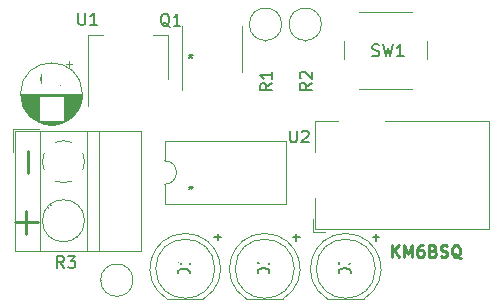
<source format=gbr>
G04 #@! TF.GenerationSoftware,KiCad,Pcbnew,(5.1.12-1-10_14)*
G04 #@! TF.CreationDate,2021-11-28T01:21:46-08:00*
G04 #@! TF.ProjectId,24h-timer-switch,3234682d-7469-46d6-9572-2d7377697463,1*
G04 #@! TF.SameCoordinates,Original*
G04 #@! TF.FileFunction,Legend,Top*
G04 #@! TF.FilePolarity,Positive*
%FSLAX46Y46*%
G04 Gerber Fmt 4.6, Leading zero omitted, Abs format (unit mm)*
G04 Created by KiCad (PCBNEW (5.1.12-1-10_14)) date 2021-11-28 01:21:46*
%MOMM*%
%LPD*%
G01*
G04 APERTURE LIST*
%ADD10C,0.254000*%
%ADD11C,0.127000*%
%ADD12C,0.120000*%
%ADD13C,0.150000*%
%ADD14R,1.500000X2.000000*%
%ADD15R,3.800000X2.000000*%
%ADD16C,1.800000*%
%ADD17R,1.800000X1.800000*%
%ADD18C,2.800000*%
%ADD19R,2.800000X2.800000*%
%ADD20C,2.200000*%
%ADD21O,1.600000X1.600000*%
%ADD22C,1.600000*%
%ADD23R,1.600000X1.600000*%
%ADD24C,2.000000*%
%ADD25R,3.500000X3.500000*%
G04 APERTURE END LIST*
D10*
X148107883Y-90850599D02*
X148107883Y-89834599D01*
X148688455Y-90850599D02*
X148253026Y-90270027D01*
X148688455Y-89834599D02*
X148107883Y-90415170D01*
X149123883Y-90850599D02*
X149123883Y-89834599D01*
X149462550Y-90560313D01*
X149801217Y-89834599D01*
X149801217Y-90850599D01*
X150720455Y-89834599D02*
X150526931Y-89834599D01*
X150430169Y-89882980D01*
X150381788Y-89931360D01*
X150285026Y-90076503D01*
X150236645Y-90270027D01*
X150236645Y-90657075D01*
X150285026Y-90753837D01*
X150333407Y-90802218D01*
X150430169Y-90850599D01*
X150623693Y-90850599D01*
X150720455Y-90802218D01*
X150768836Y-90753837D01*
X150817217Y-90657075D01*
X150817217Y-90415170D01*
X150768836Y-90318408D01*
X150720455Y-90270027D01*
X150623693Y-90221646D01*
X150430169Y-90221646D01*
X150333407Y-90270027D01*
X150285026Y-90318408D01*
X150236645Y-90415170D01*
X151591312Y-90318408D02*
X151736455Y-90366789D01*
X151784836Y-90415170D01*
X151833217Y-90511932D01*
X151833217Y-90657075D01*
X151784836Y-90753837D01*
X151736455Y-90802218D01*
X151639693Y-90850599D01*
X151252645Y-90850599D01*
X151252645Y-89834599D01*
X151591312Y-89834599D01*
X151688074Y-89882980D01*
X151736455Y-89931360D01*
X151784836Y-90028122D01*
X151784836Y-90124884D01*
X151736455Y-90221646D01*
X151688074Y-90270027D01*
X151591312Y-90318408D01*
X151252645Y-90318408D01*
X152220264Y-90802218D02*
X152365407Y-90850599D01*
X152607312Y-90850599D01*
X152704074Y-90802218D01*
X152752455Y-90753837D01*
X152800836Y-90657075D01*
X152800836Y-90560313D01*
X152752455Y-90463551D01*
X152704074Y-90415170D01*
X152607312Y-90366789D01*
X152413788Y-90318408D01*
X152317026Y-90270027D01*
X152268645Y-90221646D01*
X152220264Y-90124884D01*
X152220264Y-90028122D01*
X152268645Y-89931360D01*
X152317026Y-89882980D01*
X152413788Y-89834599D01*
X152655693Y-89834599D01*
X152800836Y-89882980D01*
X153913598Y-90947360D02*
X153816836Y-90898980D01*
X153720074Y-90802218D01*
X153574931Y-90657075D01*
X153478169Y-90608694D01*
X153381407Y-90608694D01*
X153429788Y-90850599D02*
X153333026Y-90802218D01*
X153236264Y-90705456D01*
X153187883Y-90511932D01*
X153187883Y-90173265D01*
X153236264Y-89979741D01*
X153333026Y-89882980D01*
X153429788Y-89834599D01*
X153623312Y-89834599D01*
X153720074Y-89882980D01*
X153816836Y-89979741D01*
X153865217Y-90173265D01*
X153865217Y-90511932D01*
X153816836Y-90705456D01*
X153720074Y-90802218D01*
X153623312Y-90850599D01*
X153429788Y-90850599D01*
D11*
X131064000Y-73649114D02*
X131064000Y-73830542D01*
X130882571Y-73757971D02*
X131064000Y-73830542D01*
X131245428Y-73757971D01*
X130955142Y-73975685D02*
X131064000Y-73830542D01*
X131172857Y-73975685D01*
D10*
X117275428Y-83776699D02*
X117275428Y-81841460D01*
X116172100Y-87913028D02*
X118107339Y-87913028D01*
X117139720Y-88880647D02*
X117139720Y-86945409D01*
D11*
X131064000Y-84799714D02*
X131064000Y-84981142D01*
X130882571Y-84908571D02*
X131064000Y-84981142D01*
X131245428Y-84908571D01*
X130955142Y-85126285D02*
X131064000Y-84981142D01*
X131172857Y-85126285D01*
X133072414Y-89157628D02*
X133652985Y-89157628D01*
X133362700Y-89447914D02*
X133362700Y-88867342D01*
X139714514Y-89183028D02*
X140295085Y-89183028D01*
X140004800Y-89473314D02*
X140004800Y-88892742D01*
X146470914Y-89195728D02*
X147051485Y-89195728D01*
X146761200Y-89486014D02*
X146761200Y-88905442D01*
D12*
X122345400Y-78064800D02*
X122345400Y-72054800D01*
X129165400Y-75814800D02*
X129165400Y-72054800D01*
X122345400Y-72054800D02*
X123605400Y-72054800D01*
X129165400Y-72054800D02*
X127905400Y-72054800D01*
X142650800Y-94406400D02*
X145740800Y-94406400D01*
X146695800Y-91846400D02*
G75*
G03*
X146695800Y-91846400I-2500000J0D01*
G01*
X144195338Y-88856400D02*
G75*
G02*
X145740630Y-94406400I462J-2990000D01*
G01*
X144196262Y-88856400D02*
G75*
G03*
X142650970Y-94406400I-462J-2990000D01*
G01*
X135792800Y-94406400D02*
X138882800Y-94406400D01*
X139837800Y-91846400D02*
G75*
G03*
X139837800Y-91846400I-2500000J0D01*
G01*
X137337338Y-88856400D02*
G75*
G02*
X138882630Y-94406400I462J-2990000D01*
G01*
X137338262Y-88856400D02*
G75*
G03*
X135792970Y-94406400I-462J-2990000D01*
G01*
X129061800Y-94406400D02*
X132151800Y-94406400D01*
X133106800Y-91846400D02*
G75*
G03*
X133106800Y-91846400I-2500000J0D01*
G01*
X130606338Y-88856400D02*
G75*
G02*
X132151630Y-94406400I462J-2990000D01*
G01*
X130607262Y-88856400D02*
G75*
G03*
X129061970Y-94406400I-462J-2990000D01*
G01*
X115994400Y-79978600D02*
X115994400Y-81978600D01*
X118234400Y-79978600D02*
X115994400Y-79978600D01*
X119211400Y-86478600D02*
X119161400Y-86428600D01*
X121644400Y-88911600D02*
X121620400Y-88886600D01*
X118969400Y-86670600D02*
X118944400Y-86646600D01*
X121427400Y-89128600D02*
X121377400Y-89079600D01*
X126854400Y-90338600D02*
X116234400Y-90338600D01*
X126854400Y-80218600D02*
X116234400Y-80218600D01*
X116234400Y-80218600D02*
X116234400Y-90338600D01*
X126854400Y-80218600D02*
X126854400Y-90338600D01*
X123294400Y-80218600D02*
X123294400Y-90338600D01*
X122294400Y-80218600D02*
X122294400Y-90338600D01*
X118294400Y-80218600D02*
X118294400Y-90338600D01*
X122074400Y-87778600D02*
G75*
G03*
X122074400Y-87778600I-1780000J0D01*
G01*
X118514011Y-82809414D02*
G75*
G02*
X118655400Y-82082600I1780389J30814D01*
G01*
X119598884Y-81139395D02*
G75*
G02*
X120990400Y-81139600I695516J-1639205D01*
G01*
X121933605Y-82083084D02*
G75*
G02*
X121933400Y-83474600I-1639205J-695516D01*
G01*
X120989916Y-84417805D02*
G75*
G02*
X119598400Y-84417600I-695516J1639205D01*
G01*
X118655901Y-83474101D02*
G75*
G02*
X118514400Y-82778600I1638499J695501D01*
G01*
X137401300Y-72515400D02*
X137401300Y-72585400D01*
X138771300Y-71145400D02*
G75*
G03*
X138771300Y-71145400I-1370000J0D01*
G01*
X121003400Y-74488825D02*
X120503400Y-74488825D01*
X120753400Y-74238825D02*
X120753400Y-74738825D01*
X119562400Y-79644600D02*
X118994400Y-79644600D01*
X119796400Y-79604600D02*
X118760400Y-79604600D01*
X119955400Y-79564600D02*
X118601400Y-79564600D01*
X120083400Y-79524600D02*
X118473400Y-79524600D01*
X120193400Y-79484600D02*
X118363400Y-79484600D01*
X120289400Y-79444600D02*
X118267400Y-79444600D01*
X120376400Y-79404600D02*
X118180400Y-79404600D01*
X120456400Y-79364600D02*
X118100400Y-79364600D01*
X118238400Y-79324600D02*
X118027400Y-79324600D01*
X120529400Y-79324600D02*
X120318400Y-79324600D01*
X118238400Y-79284600D02*
X117959400Y-79284600D01*
X120597400Y-79284600D02*
X120318400Y-79284600D01*
X118238400Y-79244600D02*
X117895400Y-79244600D01*
X120661400Y-79244600D02*
X120318400Y-79244600D01*
X118238400Y-79204600D02*
X117835400Y-79204600D01*
X120721400Y-79204600D02*
X120318400Y-79204600D01*
X118238400Y-79164600D02*
X117778400Y-79164600D01*
X120778400Y-79164600D02*
X120318400Y-79164600D01*
X118238400Y-79124600D02*
X117724400Y-79124600D01*
X120832400Y-79124600D02*
X120318400Y-79124600D01*
X118238400Y-79084600D02*
X117673400Y-79084600D01*
X120883400Y-79084600D02*
X120318400Y-79084600D01*
X118238400Y-79044600D02*
X117625400Y-79044600D01*
X120931400Y-79044600D02*
X120318400Y-79044600D01*
X118238400Y-79004600D02*
X117579400Y-79004600D01*
X120977400Y-79004600D02*
X120318400Y-79004600D01*
X118238400Y-78964600D02*
X117535400Y-78964600D01*
X121021400Y-78964600D02*
X120318400Y-78964600D01*
X118238400Y-78924600D02*
X117493400Y-78924600D01*
X121063400Y-78924600D02*
X120318400Y-78924600D01*
X118238400Y-78884600D02*
X117452400Y-78884600D01*
X121104400Y-78884600D02*
X120318400Y-78884600D01*
X118238400Y-78844600D02*
X117414400Y-78844600D01*
X121142400Y-78844600D02*
X120318400Y-78844600D01*
X118238400Y-78804600D02*
X117377400Y-78804600D01*
X121179400Y-78804600D02*
X120318400Y-78804600D01*
X118238400Y-78764600D02*
X117341400Y-78764600D01*
X121215400Y-78764600D02*
X120318400Y-78764600D01*
X118238400Y-78724600D02*
X117307400Y-78724600D01*
X121249400Y-78724600D02*
X120318400Y-78724600D01*
X118238400Y-78684600D02*
X117274400Y-78684600D01*
X121282400Y-78684600D02*
X120318400Y-78684600D01*
X118238400Y-78644600D02*
X117243400Y-78644600D01*
X121313400Y-78644600D02*
X120318400Y-78644600D01*
X118238400Y-78604600D02*
X117213400Y-78604600D01*
X121343400Y-78604600D02*
X120318400Y-78604600D01*
X118238400Y-78564600D02*
X117183400Y-78564600D01*
X121373400Y-78564600D02*
X120318400Y-78564600D01*
X118238400Y-78524600D02*
X117156400Y-78524600D01*
X121400400Y-78524600D02*
X120318400Y-78524600D01*
X118238400Y-78484600D02*
X117129400Y-78484600D01*
X121427400Y-78484600D02*
X120318400Y-78484600D01*
X118238400Y-78444600D02*
X117103400Y-78444600D01*
X121453400Y-78444600D02*
X120318400Y-78444600D01*
X118238400Y-78404600D02*
X117078400Y-78404600D01*
X121478400Y-78404600D02*
X120318400Y-78404600D01*
X118238400Y-78364600D02*
X117054400Y-78364600D01*
X121502400Y-78364600D02*
X120318400Y-78364600D01*
X118238400Y-78324600D02*
X117031400Y-78324600D01*
X121525400Y-78324600D02*
X120318400Y-78324600D01*
X118238400Y-78284600D02*
X117010400Y-78284600D01*
X121546400Y-78284600D02*
X120318400Y-78284600D01*
X118238400Y-78244600D02*
X116988400Y-78244600D01*
X121568400Y-78244600D02*
X120318400Y-78244600D01*
X118238400Y-78204600D02*
X116968400Y-78204600D01*
X121588400Y-78204600D02*
X120318400Y-78204600D01*
X118238400Y-78164600D02*
X116949400Y-78164600D01*
X121607400Y-78164600D02*
X120318400Y-78164600D01*
X118238400Y-78124600D02*
X116930400Y-78124600D01*
X121626400Y-78124600D02*
X120318400Y-78124600D01*
X118238400Y-78084600D02*
X116913400Y-78084600D01*
X121643400Y-78084600D02*
X120318400Y-78084600D01*
X118238400Y-78044600D02*
X116896400Y-78044600D01*
X121660400Y-78044600D02*
X120318400Y-78044600D01*
X118238400Y-78004600D02*
X116880400Y-78004600D01*
X121676400Y-78004600D02*
X120318400Y-78004600D01*
X118238400Y-77964600D02*
X116864400Y-77964600D01*
X121692400Y-77964600D02*
X120318400Y-77964600D01*
X118238400Y-77924600D02*
X116850400Y-77924600D01*
X121706400Y-77924600D02*
X120318400Y-77924600D01*
X118238400Y-77884600D02*
X116836400Y-77884600D01*
X121720400Y-77884600D02*
X120318400Y-77884600D01*
X118238400Y-77844600D02*
X116823400Y-77844600D01*
X121733400Y-77844600D02*
X120318400Y-77844600D01*
X118238400Y-77804600D02*
X116810400Y-77804600D01*
X121746400Y-77804600D02*
X120318400Y-77804600D01*
X118238400Y-77764600D02*
X116798400Y-77764600D01*
X121758400Y-77764600D02*
X120318400Y-77764600D01*
X118238400Y-77723600D02*
X116787400Y-77723600D01*
X121769400Y-77723600D02*
X120318400Y-77723600D01*
X118238400Y-77683600D02*
X116777400Y-77683600D01*
X121779400Y-77683600D02*
X120318400Y-77683600D01*
X118238400Y-77643600D02*
X116767400Y-77643600D01*
X121789400Y-77643600D02*
X120318400Y-77643600D01*
X118238400Y-77603600D02*
X116758400Y-77603600D01*
X121798400Y-77603600D02*
X120318400Y-77603600D01*
X118238400Y-77563600D02*
X116750400Y-77563600D01*
X121806400Y-77563600D02*
X120318400Y-77563600D01*
X118238400Y-77523600D02*
X116742400Y-77523600D01*
X121814400Y-77523600D02*
X120318400Y-77523600D01*
X118238400Y-77483600D02*
X116735400Y-77483600D01*
X121821400Y-77483600D02*
X120318400Y-77483600D01*
X118238400Y-77443600D02*
X116728400Y-77443600D01*
X121828400Y-77443600D02*
X120318400Y-77443600D01*
X118238400Y-77403600D02*
X116722400Y-77403600D01*
X121834400Y-77403600D02*
X120318400Y-77403600D01*
X118238400Y-77363600D02*
X116717400Y-77363600D01*
X121839400Y-77363600D02*
X120318400Y-77363600D01*
X118238400Y-77323600D02*
X116713400Y-77323600D01*
X121843400Y-77323600D02*
X120318400Y-77323600D01*
X118238400Y-77283600D02*
X116709400Y-77283600D01*
X121847400Y-77283600D02*
X120318400Y-77283600D01*
X121851400Y-77243600D02*
X116705400Y-77243600D01*
X121854400Y-77203600D02*
X116702400Y-77203600D01*
X121856400Y-77163600D02*
X116700400Y-77163600D01*
X121857400Y-77123600D02*
X116699400Y-77123600D01*
X121858400Y-77083600D02*
X116698400Y-77083600D01*
X121858400Y-77043600D02*
X116698400Y-77043600D01*
X121898400Y-77043600D02*
G75*
G03*
X121898400Y-77043600I-2620000J0D01*
G01*
X128857700Y-81043000D02*
X128857700Y-82693000D01*
X139137700Y-81043000D02*
X128857700Y-81043000D01*
X139137700Y-86343000D02*
X139137700Y-81043000D01*
X128857700Y-86343000D02*
X139137700Y-86343000D01*
X128857700Y-84693000D02*
X128857700Y-86343000D01*
X128857700Y-82693000D02*
G75*
G02*
X128857700Y-84693000I0J-1000000D01*
G01*
X151034700Y-74094600D02*
X151034700Y-72594600D01*
X149784700Y-70094600D02*
X145284700Y-70094600D01*
X144034700Y-72594600D02*
X144034700Y-74094600D01*
X145284700Y-76594600D02*
X149784700Y-76594600D01*
X123445600Y-92811600D02*
X123375600Y-92811600D01*
X126185600Y-92811600D02*
G75*
G03*
X126185600Y-92811600I-1370000J0D01*
G01*
X140766800Y-72515400D02*
X140766800Y-72585400D01*
X142136800Y-71145400D02*
G75*
G03*
X142136800Y-71145400I-1370000J0D01*
G01*
X130320100Y-73279000D02*
X130320100Y-76729000D01*
X130320100Y-73279000D02*
X130320100Y-71329000D01*
X135440100Y-73279000D02*
X135440100Y-75229000D01*
X135440100Y-73279000D02*
X135440100Y-71329000D01*
X141619400Y-88496200D02*
X141619400Y-85896200D01*
X156319400Y-88496200D02*
X141619400Y-88496200D01*
X141619400Y-79296200D02*
X143519400Y-79296200D01*
X141619400Y-81996200D02*
X141619400Y-79296200D01*
X156319400Y-79296200D02*
X156319400Y-88496200D01*
X147519400Y-79296200D02*
X156319400Y-79296200D01*
X142469400Y-88696200D02*
X141419400Y-88696200D01*
X141419400Y-87646200D02*
X141419400Y-88696200D01*
D13*
X121554335Y-70196460D02*
X121554335Y-71005984D01*
X121601954Y-71101222D01*
X121649573Y-71148841D01*
X121744811Y-71196460D01*
X121935287Y-71196460D01*
X122030525Y-71148841D01*
X122078144Y-71101222D01*
X122125763Y-71005984D01*
X122125763Y-70196460D01*
X123125763Y-71196460D02*
X122554335Y-71196460D01*
X122840049Y-71196460D02*
X122840049Y-70196460D01*
X122744811Y-70339318D01*
X122649573Y-70434556D01*
X122554335Y-70482175D01*
X144602460Y-92350815D02*
X143602460Y-92350815D01*
X143602460Y-92112720D01*
X143650080Y-91969862D01*
X143745318Y-91874624D01*
X143840556Y-91827005D01*
X144031032Y-91779386D01*
X144173889Y-91779386D01*
X144364365Y-91827005D01*
X144459603Y-91874624D01*
X144554841Y-91969862D01*
X144602460Y-92112720D01*
X144602460Y-92350815D01*
X143602460Y-91446053D02*
X143602460Y-90827005D01*
X143983413Y-91160339D01*
X143983413Y-91017481D01*
X144031032Y-90922243D01*
X144078651Y-90874624D01*
X144173889Y-90827005D01*
X144411984Y-90827005D01*
X144507222Y-90874624D01*
X144554841Y-90922243D01*
X144602460Y-91017481D01*
X144602460Y-91303196D01*
X144554841Y-91398434D01*
X144507222Y-91446053D01*
X137734300Y-92350815D02*
X136734300Y-92350815D01*
X136734300Y-92112720D01*
X136781920Y-91969862D01*
X136877158Y-91874624D01*
X136972396Y-91827005D01*
X137162872Y-91779386D01*
X137305729Y-91779386D01*
X137496205Y-91827005D01*
X137591443Y-91874624D01*
X137686681Y-91969862D01*
X137734300Y-92112720D01*
X137734300Y-92350815D01*
X136829539Y-91398434D02*
X136781920Y-91350815D01*
X136734300Y-91255577D01*
X136734300Y-91017481D01*
X136781920Y-90922243D01*
X136829539Y-90874624D01*
X136924777Y-90827005D01*
X137020015Y-90827005D01*
X137162872Y-90874624D01*
X137734300Y-91446053D01*
X137734300Y-90827005D01*
X130972820Y-92401615D02*
X129972820Y-92401615D01*
X129972820Y-92163520D01*
X130020440Y-92020662D01*
X130115678Y-91925424D01*
X130210916Y-91877805D01*
X130401392Y-91830186D01*
X130544249Y-91830186D01*
X130734725Y-91877805D01*
X130829963Y-91925424D01*
X130925201Y-92020662D01*
X130972820Y-92163520D01*
X130972820Y-92401615D01*
X130972820Y-90877805D02*
X130972820Y-91449234D01*
X130972820Y-91163520D02*
X129972820Y-91163520D01*
X130115678Y-91258758D01*
X130210916Y-91353996D01*
X130258535Y-91449234D01*
X137955280Y-76150766D02*
X137479090Y-76484100D01*
X137955280Y-76722195D02*
X136955280Y-76722195D01*
X136955280Y-76341242D01*
X137002900Y-76246004D01*
X137050519Y-76198385D01*
X137145757Y-76150766D01*
X137288614Y-76150766D01*
X137383852Y-76198385D01*
X137431471Y-76246004D01*
X137479090Y-76341242D01*
X137479090Y-76722195D01*
X137955280Y-75198385D02*
X137955280Y-75769814D01*
X137955280Y-75484100D02*
X136955280Y-75484100D01*
X137098138Y-75579338D01*
X137193376Y-75674576D01*
X137240995Y-75769814D01*
X119035533Y-76155822D02*
X118987914Y-76203441D01*
X118845057Y-76251060D01*
X118749819Y-76251060D01*
X118606961Y-76203441D01*
X118511723Y-76108203D01*
X118464104Y-76012965D01*
X118416485Y-75822489D01*
X118416485Y-75679632D01*
X118464104Y-75489156D01*
X118511723Y-75393918D01*
X118606961Y-75298680D01*
X118749819Y-75251060D01*
X118845057Y-75251060D01*
X118987914Y-75298680D01*
X119035533Y-75346299D01*
X119987914Y-76251060D02*
X119416485Y-76251060D01*
X119702200Y-76251060D02*
X119702200Y-75251060D01*
X119606961Y-75393918D01*
X119511723Y-75489156D01*
X119416485Y-75536775D01*
X139481655Y-80148180D02*
X139481655Y-80957704D01*
X139529274Y-81052942D01*
X139576893Y-81100561D01*
X139672131Y-81148180D01*
X139862607Y-81148180D01*
X139957845Y-81100561D01*
X140005464Y-81052942D01*
X140053083Y-80957704D01*
X140053083Y-80148180D01*
X140481655Y-80243419D02*
X140529274Y-80195800D01*
X140624512Y-80148180D01*
X140862607Y-80148180D01*
X140957845Y-80195800D01*
X141005464Y-80243419D01*
X141053083Y-80338657D01*
X141053083Y-80433895D01*
X141005464Y-80576752D01*
X140434036Y-81148180D01*
X141053083Y-81148180D01*
X146448946Y-73798061D02*
X146591803Y-73845680D01*
X146829899Y-73845680D01*
X146925137Y-73798061D01*
X146972756Y-73750442D01*
X147020375Y-73655204D01*
X147020375Y-73559966D01*
X146972756Y-73464728D01*
X146925137Y-73417109D01*
X146829899Y-73369490D01*
X146639422Y-73321871D01*
X146544184Y-73274252D01*
X146496565Y-73226633D01*
X146448946Y-73131395D01*
X146448946Y-73036157D01*
X146496565Y-72940919D01*
X146544184Y-72893300D01*
X146639422Y-72845680D01*
X146877518Y-72845680D01*
X147020375Y-72893300D01*
X147353708Y-72845680D02*
X147591803Y-73845680D01*
X147782280Y-73131395D01*
X147972756Y-73845680D01*
X148210851Y-72845680D01*
X149115613Y-73845680D02*
X148544184Y-73845680D01*
X148829899Y-73845680D02*
X148829899Y-72845680D01*
X148734660Y-72988538D01*
X148639422Y-73083776D01*
X148544184Y-73131395D01*
X120330933Y-91780620D02*
X119997600Y-91304430D01*
X119759504Y-91780620D02*
X119759504Y-90780620D01*
X120140457Y-90780620D01*
X120235695Y-90828240D01*
X120283314Y-90875859D01*
X120330933Y-90971097D01*
X120330933Y-91113954D01*
X120283314Y-91209192D01*
X120235695Y-91256811D01*
X120140457Y-91304430D01*
X119759504Y-91304430D01*
X120664266Y-90780620D02*
X121283314Y-90780620D01*
X120949980Y-91161573D01*
X121092838Y-91161573D01*
X121188076Y-91209192D01*
X121235695Y-91256811D01*
X121283314Y-91352049D01*
X121283314Y-91590144D01*
X121235695Y-91685382D01*
X121188076Y-91733001D01*
X121092838Y-91780620D01*
X120807123Y-91780620D01*
X120711885Y-91733001D01*
X120664266Y-91685382D01*
X141308080Y-76112666D02*
X140831890Y-76446000D01*
X141308080Y-76684095D02*
X140308080Y-76684095D01*
X140308080Y-76303142D01*
X140355700Y-76207904D01*
X140403319Y-76160285D01*
X140498557Y-76112666D01*
X140641414Y-76112666D01*
X140736652Y-76160285D01*
X140784271Y-76207904D01*
X140831890Y-76303142D01*
X140831890Y-76684095D01*
X140403319Y-75731714D02*
X140355700Y-75684095D01*
X140308080Y-75588857D01*
X140308080Y-75350761D01*
X140355700Y-75255523D01*
X140403319Y-75207904D01*
X140498557Y-75160285D01*
X140593795Y-75160285D01*
X140736652Y-75207904D01*
X141308080Y-75779333D01*
X141308080Y-75160285D01*
X129282201Y-71347579D02*
X129186963Y-71299960D01*
X129091725Y-71204721D01*
X128948868Y-71061864D01*
X128853630Y-71014245D01*
X128758392Y-71014245D01*
X128806011Y-71252340D02*
X128710773Y-71204721D01*
X128615535Y-71109483D01*
X128567916Y-70919007D01*
X128567916Y-70585674D01*
X128615535Y-70395198D01*
X128710773Y-70299960D01*
X128806011Y-70252340D01*
X128996487Y-70252340D01*
X129091725Y-70299960D01*
X129186963Y-70395198D01*
X129234582Y-70585674D01*
X129234582Y-70919007D01*
X129186963Y-71109483D01*
X129091725Y-71204721D01*
X128996487Y-71252340D01*
X128806011Y-71252340D01*
X130186963Y-71252340D02*
X129615535Y-71252340D01*
X129901249Y-71252340D02*
X129901249Y-70252340D01*
X129806011Y-70395198D01*
X129710773Y-70490436D01*
X129615535Y-70538055D01*
%LPC*%
D14*
X123455400Y-77114800D03*
X128055400Y-77114800D03*
X125755400Y-77114800D03*
D15*
X125755400Y-70814800D03*
D16*
X144195800Y-90576400D03*
D17*
X144195800Y-93116400D03*
D16*
X137337800Y-90576400D03*
D17*
X137337800Y-93116400D03*
D16*
X130606800Y-90576400D03*
D17*
X130606800Y-93116400D03*
D18*
X120294400Y-87778600D03*
D19*
X120294400Y-82778600D03*
D20*
X154711400Y-92710000D03*
X154711400Y-71882000D03*
X118110000Y-71882000D03*
X118110000Y-92710000D03*
D21*
X137401300Y-73685400D03*
D22*
X137401300Y-71145400D03*
X119278400Y-78293600D03*
D23*
X119278400Y-75793600D03*
D21*
X130187700Y-79883000D03*
X137807700Y-87503000D03*
X132727700Y-79883000D03*
X135267700Y-87503000D03*
X135267700Y-79883000D03*
X132727700Y-87503000D03*
X137807700Y-79883000D03*
D23*
X130187700Y-87503000D03*
D24*
X150784700Y-71094600D03*
X150784700Y-75594600D03*
X144284700Y-71094600D03*
X144284700Y-75594600D03*
D21*
X122275600Y-92811600D03*
D22*
X124815600Y-92811600D03*
D21*
X140766800Y-73685400D03*
D22*
X140766800Y-71145400D03*
G36*
G01*
X131125100Y-71779000D02*
X130825100Y-71779000D01*
G75*
G02*
X130675100Y-71629000I0J150000D01*
G01*
X130675100Y-69979000D01*
G75*
G02*
X130825100Y-69829000I150000J0D01*
G01*
X131125100Y-69829000D01*
G75*
G02*
X131275100Y-69979000I0J-150000D01*
G01*
X131275100Y-71629000D01*
G75*
G02*
X131125100Y-71779000I-150000J0D01*
G01*
G37*
G36*
G01*
X132395100Y-71779000D02*
X132095100Y-71779000D01*
G75*
G02*
X131945100Y-71629000I0J150000D01*
G01*
X131945100Y-69979000D01*
G75*
G02*
X132095100Y-69829000I150000J0D01*
G01*
X132395100Y-69829000D01*
G75*
G02*
X132545100Y-69979000I0J-150000D01*
G01*
X132545100Y-71629000D01*
G75*
G02*
X132395100Y-71779000I-150000J0D01*
G01*
G37*
G36*
G01*
X133665100Y-71779000D02*
X133365100Y-71779000D01*
G75*
G02*
X133215100Y-71629000I0J150000D01*
G01*
X133215100Y-69979000D01*
G75*
G02*
X133365100Y-69829000I150000J0D01*
G01*
X133665100Y-69829000D01*
G75*
G02*
X133815100Y-69979000I0J-150000D01*
G01*
X133815100Y-71629000D01*
G75*
G02*
X133665100Y-71779000I-150000J0D01*
G01*
G37*
G36*
G01*
X134935100Y-71779000D02*
X134635100Y-71779000D01*
G75*
G02*
X134485100Y-71629000I0J150000D01*
G01*
X134485100Y-69979000D01*
G75*
G02*
X134635100Y-69829000I150000J0D01*
G01*
X134935100Y-69829000D01*
G75*
G02*
X135085100Y-69979000I0J-150000D01*
G01*
X135085100Y-71629000D01*
G75*
G02*
X134935100Y-71779000I-150000J0D01*
G01*
G37*
G36*
G01*
X134935100Y-76729000D02*
X134635100Y-76729000D01*
G75*
G02*
X134485100Y-76579000I0J150000D01*
G01*
X134485100Y-74929000D01*
G75*
G02*
X134635100Y-74779000I150000J0D01*
G01*
X134935100Y-74779000D01*
G75*
G02*
X135085100Y-74929000I0J-150000D01*
G01*
X135085100Y-76579000D01*
G75*
G02*
X134935100Y-76729000I-150000J0D01*
G01*
G37*
G36*
G01*
X133665100Y-76729000D02*
X133365100Y-76729000D01*
G75*
G02*
X133215100Y-76579000I0J150000D01*
G01*
X133215100Y-74929000D01*
G75*
G02*
X133365100Y-74779000I150000J0D01*
G01*
X133665100Y-74779000D01*
G75*
G02*
X133815100Y-74929000I0J-150000D01*
G01*
X133815100Y-76579000D01*
G75*
G02*
X133665100Y-76729000I-150000J0D01*
G01*
G37*
G36*
G01*
X132395100Y-76729000D02*
X132095100Y-76729000D01*
G75*
G02*
X131945100Y-76579000I0J150000D01*
G01*
X131945100Y-74929000D01*
G75*
G02*
X132095100Y-74779000I150000J0D01*
G01*
X132395100Y-74779000D01*
G75*
G02*
X132545100Y-74929000I0J-150000D01*
G01*
X132545100Y-76579000D01*
G75*
G02*
X132395100Y-76729000I-150000J0D01*
G01*
G37*
G36*
G01*
X131125100Y-76729000D02*
X130825100Y-76729000D01*
G75*
G02*
X130675100Y-76579000I0J150000D01*
G01*
X130675100Y-74929000D01*
G75*
G02*
X130825100Y-74779000I150000J0D01*
G01*
X131125100Y-74779000D01*
G75*
G02*
X131275100Y-74929000I0J-150000D01*
G01*
X131275100Y-76579000D01*
G75*
G02*
X131125100Y-76729000I-150000J0D01*
G01*
G37*
G36*
G01*
X147269400Y-78321200D02*
X147269400Y-80071200D01*
G75*
G02*
X146394400Y-80946200I-875000J0D01*
G01*
X144644400Y-80946200D01*
G75*
G02*
X143769400Y-80071200I0J875000D01*
G01*
X143769400Y-78321200D01*
G75*
G02*
X144644400Y-77446200I875000J0D01*
G01*
X146394400Y-77446200D01*
G75*
G02*
X147269400Y-78321200I0J-875000D01*
G01*
G37*
G36*
G01*
X150019400Y-82896200D02*
X150019400Y-84896200D01*
G75*
G02*
X149269400Y-85646200I-750000J0D01*
G01*
X147769400Y-85646200D01*
G75*
G02*
X147019400Y-84896200I0J750000D01*
G01*
X147019400Y-82896200D01*
G75*
G02*
X147769400Y-82146200I750000J0D01*
G01*
X149269400Y-82146200D01*
G75*
G02*
X150019400Y-82896200I0J-750000D01*
G01*
G37*
D25*
X142519400Y-83896200D03*
M02*

</source>
